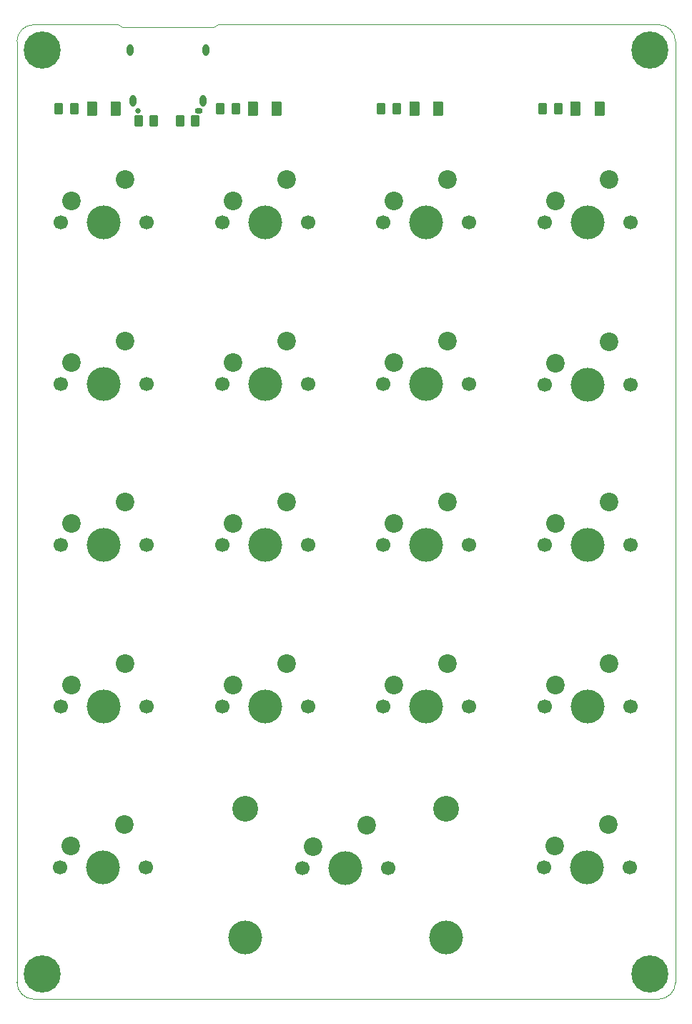
<source format=gbr>
%TF.GenerationSoftware,KiCad,Pcbnew,(5.99.0-9544-g366189b864)*%
%TF.CreationDate,2021-04-16T00:10:41-04:00*%
%TF.ProjectId,kipad,6b697061-642e-46b6-9963-61645f706362,A*%
%TF.SameCoordinates,Original*%
%TF.FileFunction,Soldermask,Top*%
%TF.FilePolarity,Negative*%
%FSLAX46Y46*%
G04 Gerber Fmt 4.6, Leading zero omitted, Abs format (unit mm)*
G04 Created by KiCad (PCBNEW (5.99.0-9544-g366189b864)) date 2021-04-16 00:10:41*
%MOMM*%
%LPD*%
G01*
G04 APERTURE LIST*
G04 Aperture macros list*
%AMRoundRect*
0 Rectangle with rounded corners*
0 $1 Rounding radius*
0 $2 $3 $4 $5 $6 $7 $8 $9 X,Y pos of 4 corners*
0 Add a 4 corners polygon primitive as box body*
4,1,4,$2,$3,$4,$5,$6,$7,$8,$9,$2,$3,0*
0 Add four circle primitives for the rounded corners*
1,1,$1+$1,$2,$3*
1,1,$1+$1,$4,$5*
1,1,$1+$1,$6,$7*
1,1,$1+$1,$8,$9*
0 Add four rect primitives between the rounded corners*
20,1,$1+$1,$2,$3,$4,$5,0*
20,1,$1+$1,$4,$5,$6,$7,0*
20,1,$1+$1,$6,$7,$8,$9,0*
20,1,$1+$1,$8,$9,$2,$3,0*%
G04 Aperture macros list end*
%TA.AperFunction,Profile*%
%ADD10C,0.100000*%
%TD*%
%ADD11C,1.700000*%
%ADD12C,4.000000*%
%ADD13C,2.200000*%
%ADD14C,4.400000*%
%ADD15RoundRect,0.250000X0.262500X0.450000X-0.262500X0.450000X-0.262500X-0.450000X0.262500X-0.450000X0*%
%ADD16C,3.050000*%
%ADD17C,0.650000*%
%ADD18O,0.950000X0.650000*%
%ADD19O,0.800000X1.400000*%
%ADD20RoundRect,0.250000X-0.375000X-0.625000X0.375000X-0.625000X0.375000X0.625000X-0.375000X0.625000X0*%
G04 APERTURE END LIST*
D10*
X86800000Y-30600000D02*
X139000000Y-30614214D01*
X86300000Y-30900000D02*
X86800000Y-30600000D01*
X75500000Y-30900000D02*
X86300000Y-30900000D01*
X75000000Y-30600000D02*
X75500000Y-30900000D01*
X65000000Y-30614214D02*
X75000000Y-30600000D01*
X139000000Y-146000000D02*
X65000000Y-146000000D01*
X141000000Y-32614214D02*
X141000000Y-144000000D01*
X63000000Y-144000000D02*
X63000000Y-32614214D01*
X63000000Y-144000000D02*
G75*
G03*
X65000000Y-146000000I2000000J0D01*
G01*
X141000000Y-144000000D02*
G75*
G02*
X139000000Y-146000000I-2000000J0D01*
G01*
X139000000Y-30614214D02*
G75*
G02*
X141000000Y-32614214I0J-2000000D01*
G01*
X63000000Y-32614214D02*
G75*
G02*
X65000000Y-30614214I2000000J0D01*
G01*
D11*
%TO.C,KEY_E1*%
X116570000Y-111326000D03*
X106410000Y-111326000D03*
D12*
X111490000Y-111326000D03*
D13*
X107680000Y-108786000D03*
X114030000Y-106246000D03*
%TD*%
D14*
%TO.C,H4*%
X66000000Y-143000000D03*
%TD*%
%TO.C,H3*%
X138000000Y-143000000D03*
%TD*%
%TO.C,H2*%
X138000000Y-33600000D03*
%TD*%
%TO.C,H1*%
X66000000Y-33600000D03*
%TD*%
D15*
%TO.C,R10*%
X125290000Y-40600000D03*
X127115000Y-40600000D03*
%TD*%
%TO.C,R9*%
X106165000Y-40600000D03*
X107990000Y-40600000D03*
%TD*%
%TO.C,R8*%
X87077500Y-40600000D03*
X88902500Y-40600000D03*
%TD*%
%TO.C,R7*%
X67965000Y-40600000D03*
X69790000Y-40600000D03*
%TD*%
%TO.C,R5*%
X82300000Y-42000000D03*
X84125000Y-42000000D03*
%TD*%
%TO.C,R4*%
X77387500Y-42000000D03*
X79212500Y-42000000D03*
%TD*%
D11*
%TO.C,KEY_SP1*%
X135580000Y-130426000D03*
X125420000Y-130426000D03*
D12*
X130500000Y-130426000D03*
D13*
X126690000Y-127886000D03*
X133040000Y-125346000D03*
%TD*%
D11*
%TO.C,KEY_F1*%
X135680000Y-111326000D03*
X125520000Y-111326000D03*
D12*
X130600000Y-111326000D03*
D13*
X126790000Y-108786000D03*
X133140000Y-106246000D03*
%TD*%
D11*
%TO.C,KEY_ESC1*%
X78270000Y-130426000D03*
X68110000Y-130426000D03*
D12*
X73190000Y-130426000D03*
D13*
X69380000Y-127886000D03*
X75730000Y-125346000D03*
%TD*%
D16*
%TO.C,KEY_ENT1*%
X113800000Y-123440000D03*
X90000000Y-123440000D03*
D12*
X90000000Y-138680000D03*
X113800000Y-138680000D03*
D11*
X106980000Y-130440000D03*
X96820000Y-130440000D03*
D12*
X101900000Y-130440000D03*
D13*
X98090000Y-127900000D03*
X104440000Y-125360000D03*
%TD*%
D11*
%TO.C,KEY_D1*%
X97470000Y-111326000D03*
X87310000Y-111326000D03*
D12*
X92390000Y-111326000D03*
D13*
X88580000Y-108786000D03*
X94930000Y-106246000D03*
%TD*%
D11*
%TO.C,KEY_C1*%
X78370000Y-111326000D03*
X68210000Y-111326000D03*
D12*
X73290000Y-111326000D03*
D13*
X69480000Y-108786000D03*
X75830000Y-106246000D03*
%TD*%
D11*
%TO.C,KEY_B1*%
X135680000Y-92226000D03*
X125520000Y-92226000D03*
D12*
X130600000Y-92226000D03*
D13*
X126790000Y-89686000D03*
X133140000Y-87146000D03*
%TD*%
D11*
%TO.C,KEY_A1*%
X116570000Y-92226000D03*
X106410000Y-92226000D03*
D12*
X111490000Y-92226000D03*
D13*
X107680000Y-89686000D03*
X114030000Y-87146000D03*
%TD*%
D11*
%TO.C,KEY_9*%
X97470000Y-92226000D03*
X87310000Y-92226000D03*
D12*
X92390000Y-92226000D03*
D13*
X88580000Y-89686000D03*
X94930000Y-87146000D03*
%TD*%
D11*
%TO.C,KEY_8*%
X78370000Y-92226000D03*
X68210000Y-92226000D03*
D12*
X73290000Y-92226000D03*
D13*
X69480000Y-89686000D03*
X75830000Y-87146000D03*
%TD*%
D11*
%TO.C,KEY_7*%
X135640000Y-73206000D03*
X125480000Y-73206000D03*
D12*
X130560000Y-73206000D03*
D13*
X126750000Y-70666000D03*
X133100000Y-68126000D03*
%TD*%
D11*
%TO.C,KEY_6*%
X116570000Y-73126000D03*
X106410000Y-73126000D03*
D12*
X111490000Y-73126000D03*
D13*
X107680000Y-70586000D03*
X114030000Y-68046000D03*
%TD*%
D11*
%TO.C,KEY_5*%
X97470000Y-73126000D03*
X87310000Y-73126000D03*
D12*
X92390000Y-73126000D03*
D13*
X88580000Y-70586000D03*
X94930000Y-68046000D03*
%TD*%
D11*
%TO.C,KEY_4*%
X78370000Y-73126000D03*
X68210000Y-73126000D03*
D12*
X73290000Y-73126000D03*
D13*
X69480000Y-70586000D03*
X75830000Y-68046000D03*
%TD*%
D11*
%TO.C,KEY_3*%
X135680000Y-54026000D03*
X125520000Y-54026000D03*
D12*
X130600000Y-54026000D03*
D13*
X126790000Y-51486000D03*
X133140000Y-48946000D03*
%TD*%
D11*
%TO.C,KEY_2*%
X116570000Y-54026000D03*
X106410000Y-54026000D03*
D12*
X111490000Y-54026000D03*
D13*
X107680000Y-51486000D03*
X114030000Y-48946000D03*
%TD*%
D11*
%TO.C,KEY_1*%
X97470000Y-54026000D03*
X87310000Y-54026000D03*
D12*
X92390000Y-54026000D03*
D13*
X88580000Y-51486000D03*
X94930000Y-48946000D03*
%TD*%
D11*
%TO.C,KEY_0*%
X78370000Y-54026000D03*
X68210000Y-54026000D03*
D12*
X73290000Y-54026000D03*
D13*
X69480000Y-51486000D03*
X75830000Y-48946000D03*
%TD*%
D17*
%TO.C,J1*%
X77300000Y-40860000D03*
D18*
X84500000Y-40860000D03*
D19*
X76410000Y-33660000D03*
X85390000Y-33660000D03*
X85030000Y-39610000D03*
X76770000Y-39610000D03*
%TD*%
D20*
%TO.C,D23*%
X131990000Y-40600000D03*
X129190000Y-40600000D03*
%TD*%
%TO.C,D22*%
X112890000Y-40600000D03*
X110090000Y-40600000D03*
%TD*%
%TO.C,D21*%
X93777500Y-40600000D03*
X90977500Y-40600000D03*
%TD*%
%TO.C,D20*%
X74690000Y-40600000D03*
X71890000Y-40600000D03*
%TD*%
M02*

</source>
